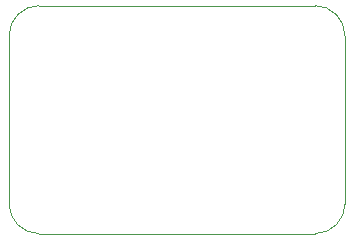
<source format=gbr>
%TF.GenerationSoftware,KiCad,Pcbnew,7.0.1*%
%TF.CreationDate,2025-06-24T15:42:27+07:00*%
%TF.ProjectId,positron_tlv493d,706f7369-7472-46f6-9e5f-746c76343933,rev?*%
%TF.SameCoordinates,Original*%
%TF.FileFunction,Profile,NP*%
%FSLAX46Y46*%
G04 Gerber Fmt 4.6, Leading zero omitted, Abs format (unit mm)*
G04 Created by KiCad (PCBNEW 7.0.1) date 2025-06-24 15:42:27*
%MOMM*%
%LPD*%
G01*
G04 APERTURE LIST*
%TA.AperFunction,Profile*%
%ADD10C,0.100000*%
%TD*%
G04 APERTURE END LIST*
D10*
X112522000Y-70839000D02*
X112522000Y-56615000D01*
X138430000Y-73379000D02*
X115062000Y-73379000D01*
X140970000Y-56615000D02*
X140970000Y-70839000D01*
X115062000Y-54075000D02*
X138430000Y-54075000D01*
X140970000Y-56615000D02*
G75*
G03*
X138430000Y-54075000I-2540000J0D01*
G01*
X138430000Y-73379000D02*
G75*
G03*
X140970000Y-70839000I0J2540000D01*
G01*
X115062000Y-54075000D02*
G75*
G03*
X112522000Y-56615000I0J-2540000D01*
G01*
X112522000Y-70839000D02*
G75*
G03*
X115062000Y-73379000I2540000J0D01*
G01*
M02*

</source>
